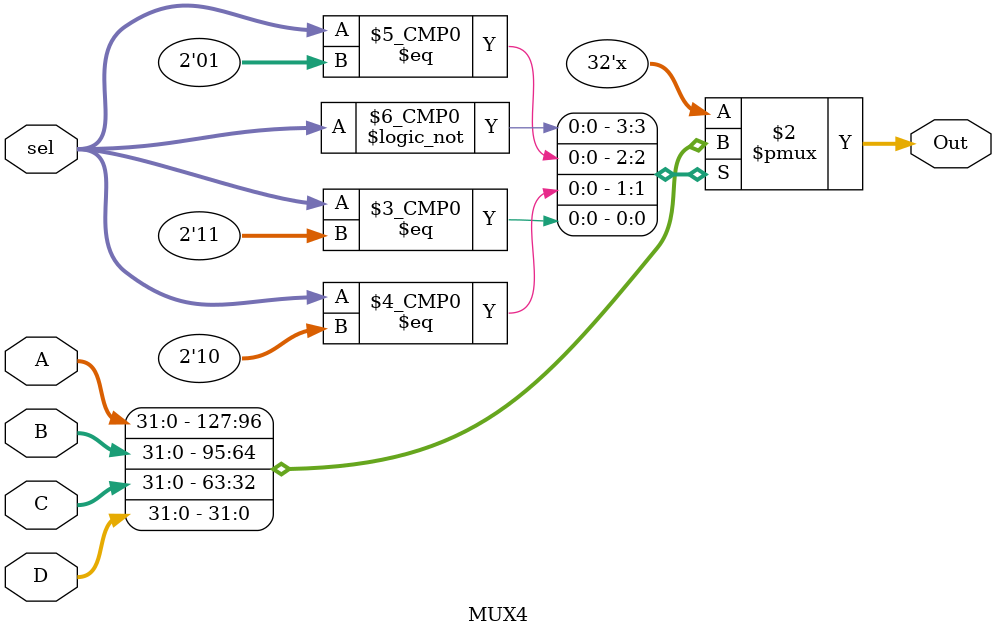
<source format=v>
module MUX4(input [n-1:0] A, B, C, D, input [1:0] sel, output reg [n-1:0] Out);
parameter n = 32;

always@(*)begin
    case(sel)
    0: Out = A;
    1: Out = B;
    2: Out = C;
    3: Out = D;
    endcase
end

endmodule
</source>
